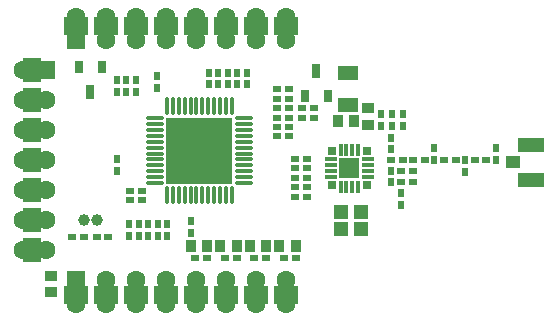
<source format=gts>
G04*
G04 #@! TF.GenerationSoftware,Altium Limited,Altium Designer,18.1.6 (161)*
G04*
G04 Layer_Color=8388736*
%FSLAX44Y44*%
%MOMM*%
G71*
G01*
G75*
%ADD32R,5.7000X5.7000*%
%ADD33O,1.6000X0.3500*%
%ADD34O,0.3500X1.6000*%
%ADD35R,2.0000X1.6000*%
%ADD36R,1.6000X2.0000*%
%ADD37R,0.6000X0.7000*%
%ADD38R,0.8000X0.8000*%
%ADD39R,0.8000X0.8000*%
%ADD40R,1.8000X1.8000*%
%ADD41O,0.3750X1.0500*%
%ADD42O,1.0500X0.3750*%
%ADD43R,0.9000X1.0000*%
%ADD44R,0.7500X1.2000*%
%ADD45R,0.7500X1.0000*%
%ADD46R,1.0000X0.9000*%
%ADD47R,0.7000X0.6000*%
%ADD48R,1.3000X1.2000*%
%ADD49R,1.8000X1.2000*%
%ADD50R,1.1500X1.1000*%
%ADD51R,2.3000X1.1500*%
%ADD52C,1.6000*%
%ADD53R,1.6000X1.6000*%
%ADD54R,1.6000X1.6000*%
%ADD55C,1.0000*%
D32*
X150000Y130000D02*
D03*
D33*
X112250Y102500D02*
D03*
Y107500D02*
D03*
Y112500D02*
D03*
Y117500D02*
D03*
Y122500D02*
D03*
Y127500D02*
D03*
Y132500D02*
D03*
Y137500D02*
D03*
Y142500D02*
D03*
Y147500D02*
D03*
Y152500D02*
D03*
Y157500D02*
D03*
X187750D02*
D03*
Y152500D02*
D03*
Y147500D02*
D03*
Y142500D02*
D03*
Y137500D02*
D03*
Y132500D02*
D03*
Y127500D02*
D03*
Y122500D02*
D03*
Y117500D02*
D03*
Y112500D02*
D03*
Y107500D02*
D03*
Y102500D02*
D03*
D34*
X122500Y167750D02*
D03*
X127500D02*
D03*
X132500D02*
D03*
X137500D02*
D03*
X142500D02*
D03*
X147500D02*
D03*
X152500D02*
D03*
X157500D02*
D03*
X162500D02*
D03*
X167500D02*
D03*
X172500D02*
D03*
X177500D02*
D03*
Y92250D02*
D03*
X172500D02*
D03*
X167500D02*
D03*
X162500D02*
D03*
X157500D02*
D03*
X152500D02*
D03*
X147500D02*
D03*
X142500D02*
D03*
X137500D02*
D03*
X132500D02*
D03*
X127500D02*
D03*
X122500D02*
D03*
D35*
X45800Y235900D02*
D03*
X223600D02*
D03*
X198200D02*
D03*
X172800D02*
D03*
X147400D02*
D03*
X122000D02*
D03*
X96600D02*
D03*
X71200D02*
D03*
Y7700D02*
D03*
X96600D02*
D03*
X122000D02*
D03*
X147400D02*
D03*
X172800D02*
D03*
X198200D02*
D03*
X223600D02*
D03*
X45800D02*
D03*
D36*
X7900Y198000D02*
D03*
Y45600D02*
D03*
Y71000D02*
D03*
Y96400D02*
D03*
Y121800D02*
D03*
Y147200D02*
D03*
Y172600D02*
D03*
D37*
X122500Y58000D02*
D03*
Y68000D02*
D03*
X401000Y132000D02*
D03*
Y122000D02*
D03*
X375000Y112000D02*
D03*
Y122000D02*
D03*
X349000Y132000D02*
D03*
Y122000D02*
D03*
X312000Y131000D02*
D03*
Y141000D02*
D03*
X321000Y84000D02*
D03*
Y94000D02*
D03*
X312000Y103000D02*
D03*
Y113000D02*
D03*
X114000Y193000D02*
D03*
Y183000D02*
D03*
X142500Y60000D02*
D03*
Y70000D02*
D03*
X304000Y161000D02*
D03*
Y151000D02*
D03*
X313000Y161000D02*
D03*
Y151000D02*
D03*
X322000Y161000D02*
D03*
Y151000D02*
D03*
X80000Y190000D02*
D03*
Y180000D02*
D03*
X88000Y180000D02*
D03*
Y190000D02*
D03*
X190000Y186000D02*
D03*
Y196000D02*
D03*
X96000Y190000D02*
D03*
Y180000D02*
D03*
X174000Y196000D02*
D03*
Y186000D02*
D03*
X182000Y196000D02*
D03*
Y186000D02*
D03*
X166000Y196000D02*
D03*
Y186000D02*
D03*
X158000Y196000D02*
D03*
Y186000D02*
D03*
X98500Y68000D02*
D03*
Y58000D02*
D03*
X80000Y113000D02*
D03*
Y123000D02*
D03*
X90500Y68000D02*
D03*
Y58000D02*
D03*
X114500Y68000D02*
D03*
Y58000D02*
D03*
X106500Y58000D02*
D03*
Y68000D02*
D03*
D38*
X262500Y100500D02*
D03*
X291500Y129500D02*
D03*
D39*
X262500D02*
D03*
X291500Y100500D02*
D03*
D40*
X277000Y115000D02*
D03*
D41*
X284500Y99250D02*
D03*
X279500D02*
D03*
X274500D02*
D03*
X269500D02*
D03*
Y130750D02*
D03*
X274500D02*
D03*
X279500D02*
D03*
X284500D02*
D03*
D42*
X261250Y107500D02*
D03*
Y112500D02*
D03*
Y117500D02*
D03*
Y122500D02*
D03*
X292750D02*
D03*
Y117500D02*
D03*
Y112500D02*
D03*
Y107500D02*
D03*
D43*
X281002Y155000D02*
D03*
X267002D02*
D03*
X142598Y49200D02*
D03*
X156598D02*
D03*
X167598D02*
D03*
X181598D02*
D03*
X192598D02*
D03*
X206598D02*
D03*
X217598D02*
D03*
X231598D02*
D03*
D44*
X249000Y197375D02*
D03*
X57600Y179825D02*
D03*
D45*
X258500Y176625D02*
D03*
X239500D02*
D03*
X48100Y200575D02*
D03*
X67100D02*
D03*
D46*
X24000Y24002D02*
D03*
Y10002D02*
D03*
X293000Y151998D02*
D03*
Y165998D02*
D03*
D47*
X393000Y122000D02*
D03*
X383000D02*
D03*
X367000D02*
D03*
X357000D02*
D03*
X322500D02*
D03*
X312500D02*
D03*
X341000D02*
D03*
X331000D02*
D03*
Y103000D02*
D03*
X321000D02*
D03*
X331000Y113000D02*
D03*
X321000D02*
D03*
X237000Y158000D02*
D03*
X247000D02*
D03*
X226000Y182000D02*
D03*
X216000D02*
D03*
X91000Y88000D02*
D03*
X101000D02*
D03*
X91000Y96000D02*
D03*
X101000D02*
D03*
X42000Y57000D02*
D03*
X52000D02*
D03*
X73000Y57000D02*
D03*
X63000D02*
D03*
X226000Y174000D02*
D03*
X216000D02*
D03*
X237000Y166000D02*
D03*
X247000D02*
D03*
X146600Y39200D02*
D03*
X156600D02*
D03*
X216000Y142000D02*
D03*
X226000D02*
D03*
X171600Y39200D02*
D03*
X181600D02*
D03*
X216000Y150000D02*
D03*
X226000D02*
D03*
X196600Y39200D02*
D03*
X206600D02*
D03*
X216000Y158000D02*
D03*
X226000D02*
D03*
X221600Y39200D02*
D03*
X231600D02*
D03*
X241000Y99000D02*
D03*
X231000D02*
D03*
X241000Y123000D02*
D03*
X231000D02*
D03*
X241000Y115000D02*
D03*
X231000D02*
D03*
X241000Y107000D02*
D03*
X231000D02*
D03*
X216000Y166000D02*
D03*
X226000D02*
D03*
X231000Y91000D02*
D03*
X241000D02*
D03*
D48*
X286500Y64000D02*
D03*
X269500D02*
D03*
Y78000D02*
D03*
X286500D02*
D03*
D49*
X276000Y195500D02*
D03*
Y168500D02*
D03*
D50*
X415750Y120000D02*
D03*
D51*
X431000Y105250D02*
D03*
Y134750D02*
D03*
D52*
X45800Y243400D02*
D03*
X223600D02*
D03*
Y223400D02*
D03*
X198200Y243400D02*
D03*
Y223400D02*
D03*
X172800Y243400D02*
D03*
Y223400D02*
D03*
X147400Y243400D02*
D03*
Y223400D02*
D03*
X122000Y243400D02*
D03*
Y223400D02*
D03*
X96600Y243400D02*
D03*
Y223400D02*
D03*
X71200Y243400D02*
D03*
Y223400D02*
D03*
X400Y198000D02*
D03*
Y45600D02*
D03*
X20400D02*
D03*
X400Y71000D02*
D03*
X20400D02*
D03*
X400Y96400D02*
D03*
X20400D02*
D03*
X400Y121800D02*
D03*
X20400D02*
D03*
X400Y147200D02*
D03*
X20400D02*
D03*
X400Y172600D02*
D03*
X20400D02*
D03*
X71200Y20200D02*
D03*
Y200D02*
D03*
X96600Y20200D02*
D03*
Y200D02*
D03*
X122000Y20200D02*
D03*
Y200D02*
D03*
X147400Y20200D02*
D03*
Y200D02*
D03*
X172800Y20200D02*
D03*
Y200D02*
D03*
X198200Y20200D02*
D03*
Y200D02*
D03*
X223600Y20200D02*
D03*
Y200D02*
D03*
X45800D02*
D03*
D53*
Y223400D02*
D03*
Y20200D02*
D03*
D54*
X20400Y198000D02*
D03*
D55*
X63250Y71000D02*
D03*
X52250D02*
D03*
M02*

</source>
